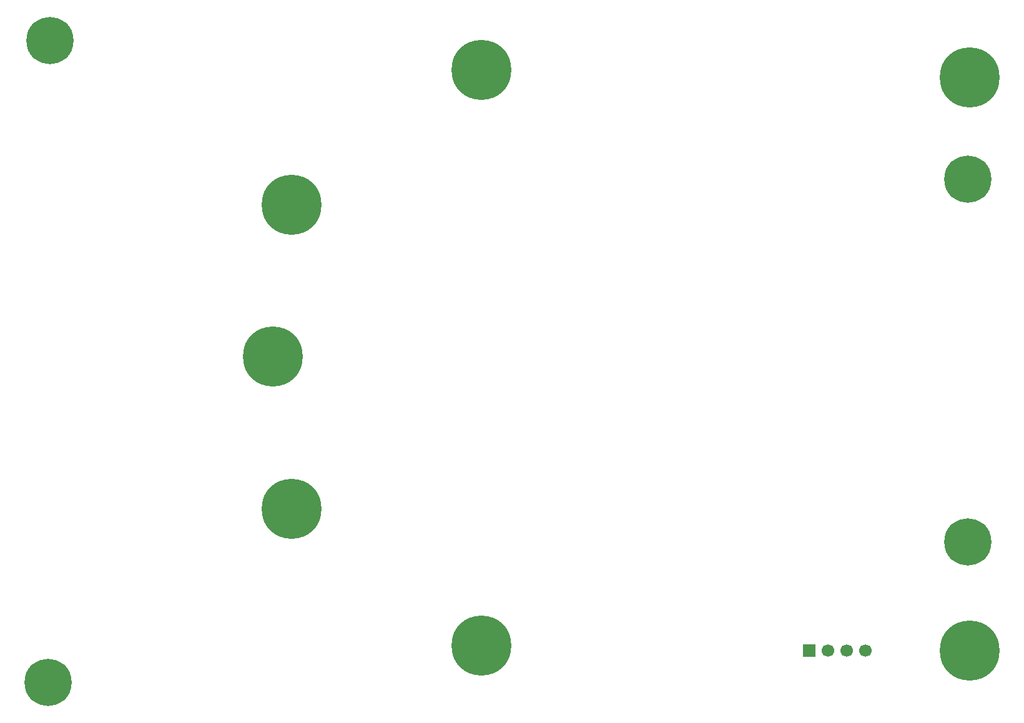
<source format=gbr>
%TF.GenerationSoftware,KiCad,Pcbnew,9.0.3*%
%TF.CreationDate,2025-10-13T23:01:42-05:00*%
%TF.ProjectId,SuppMonTester,53757070-4d6f-46e5-9465-737465722e6b,rev?*%
%TF.SameCoordinates,Original*%
%TF.FileFunction,Soldermask,Bot*%
%TF.FilePolarity,Negative*%
%FSLAX46Y46*%
G04 Gerber Fmt 4.6, Leading zero omitted, Abs format (unit mm)*
G04 Created by KiCad (PCBNEW 9.0.3) date 2025-10-13 23:01:42*
%MOMM*%
%LPD*%
G01*
G04 APERTURE LIST*
%ADD10C,6.400000*%
%ADD11C,8.115000*%
%ADD12R,1.700000X1.700000*%
%ADD13C,1.700000*%
G04 APERTURE END LIST*
D10*
%TO.C,H2*%
X154500000Y-59250000D03*
%TD*%
D11*
%TO.C,J6*%
X88500000Y-44500000D03*
%TD*%
D12*
%TO.C,J3*%
X132960000Y-123250000D03*
D13*
X135500000Y-123250000D03*
X138040000Y-123250000D03*
X140580000Y-123250000D03*
%TD*%
D10*
%TO.C,H4*%
X154500000Y-108500000D03*
%TD*%
%TO.C,H3*%
X29750000Y-127500000D03*
%TD*%
%TO.C,H1*%
X30000000Y-40500000D03*
%TD*%
D11*
%TO.C,J9*%
X154750000Y-45500000D03*
%TD*%
%TO.C,J8*%
X154750000Y-123250000D03*
%TD*%
%TO.C,J7*%
X88500000Y-122500000D03*
%TD*%
%TO.C,J5*%
X60250000Y-83375000D03*
%TD*%
%TO.C,J4*%
X62750000Y-104000000D03*
%TD*%
%TO.C,J2*%
X62750000Y-62750000D03*
%TD*%
M02*

</source>
